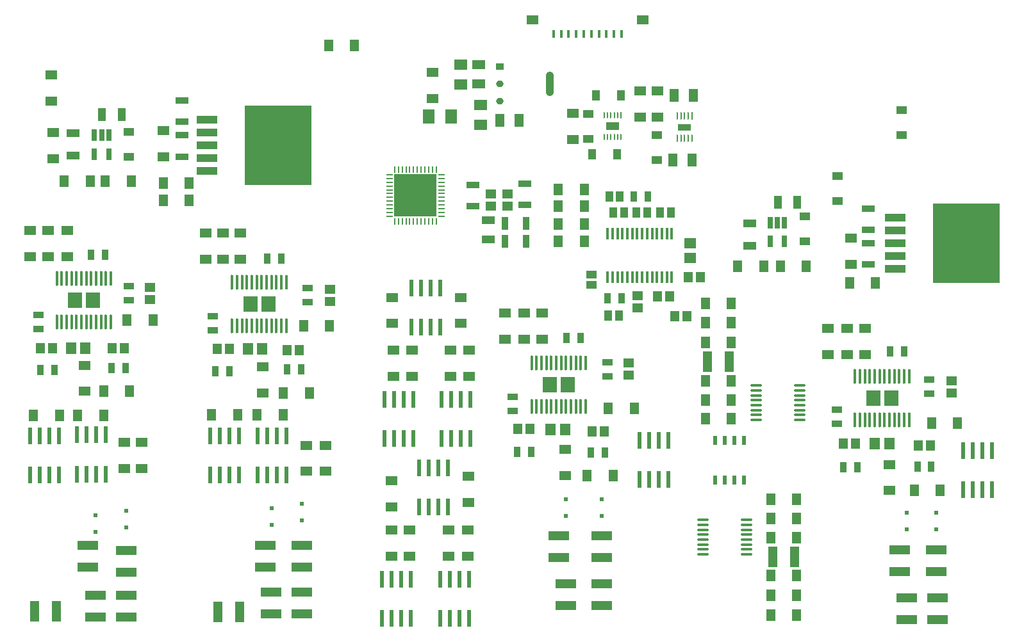
<source format=gbr>
%TF.GenerationSoftware,Altium Limited,Altium Designer,25.3.3 (18)*%
G04 Layer_Color=8421504*
%FSLAX45Y45*%
%MOMM*%
%TF.SameCoordinates,7852E7E1-4E30-4CDD-8EF1-640B4E54786C*%
%TF.FilePolarity,Positive*%
%TF.FileFunction,Paste,Top*%
%TF.Part,Single*%
G01*
G75*
%TA.AperFunction,SMDPad,CuDef*%
%ADD10R,1.50000X1.25000*%
G04:AMPARAMS|DCode=11|XSize=1.95543mm|YSize=0.42077mm|CornerRadius=0.21038mm|HoleSize=0mm|Usage=FLASHONLY|Rotation=270.000|XOffset=0mm|YOffset=0mm|HoleType=Round|Shape=RoundedRectangle|*
%AMROUNDEDRECTD11*
21,1,1.95543,0.00000,0,0,270.0*
21,1,1.53467,0.42077,0,0,270.0*
1,1,0.42077,0.00000,-0.76733*
1,1,0.42077,0.00000,0.76733*
1,1,0.42077,0.00000,0.76733*
1,1,0.42077,0.00000,-0.76733*
%
%ADD11ROUNDEDRECTD11*%
%ADD13R,0.42077X1.95543*%
%ADD14R,1.65000X1.30000*%
%ADD15R,0.30000X1.00000*%
%ADD16R,1.80000X1.00000*%
%ADD17R,1.20490X2.70620*%
%ADD18R,0.60000X2.20000*%
%ADD19R,1.80000X1.40000*%
G04:AMPARAMS|DCode=20|XSize=1.57mm|YSize=0.41mm|CornerRadius=0.05125mm|HoleSize=0mm|Usage=FLASHONLY|Rotation=270.000|XOffset=0mm|YOffset=0mm|HoleType=Round|Shape=RoundedRectangle|*
%AMROUNDEDRECTD20*
21,1,1.57000,0.30750,0,0,270.0*
21,1,1.46750,0.41000,0,0,270.0*
1,1,0.10250,-0.15375,-0.73375*
1,1,0.10250,-0.15375,0.73375*
1,1,0.10250,0.15375,0.73375*
1,1,0.10250,0.15375,-0.73375*
%
%ADD20ROUNDEDRECTD20*%
%ADD21R,1.10000X1.35000*%
%ADD22R,5.60000X5.60000*%
%ADD23O,0.25000X0.90000*%
%ADD24O,0.90000X0.25000*%
%ADD25R,1.35000X1.10000*%
%ADD26R,0.65000X1.60000*%
%ADD27R,1.10000X1.70000*%
%ADD28R,1.25000X1.50000*%
%ADD29R,0.95000X1.40000*%
%ADD30O,1.55000X0.35000*%
G04:AMPARAMS|DCode=31|XSize=1.00429mm|YSize=3.18213mm|CornerRadius=0.43687mm|HoleSize=0mm|Usage=FLASHONLY|Rotation=0.000|XOffset=0mm|YOffset=0mm|HoleType=Round|Shape=RoundedRectangle|*
%AMROUNDEDRECTD31*
21,1,1.00429,2.30840,0,0,0.0*
21,1,0.13056,3.18213,0,0,0.0*
1,1,0.87373,0.06528,-1.15420*
1,1,0.87373,-0.06528,-1.15420*
1,1,0.87373,-0.06528,1.15420*
1,1,0.87373,0.06528,1.15420*
%
%ADD31ROUNDEDRECTD31*%
G04:AMPARAMS|DCode=32|XSize=1.00429mm|YSize=0.87213mm|CornerRadius=0.43606mm|HoleSize=0mm|Usage=FLASHONLY|Rotation=0.000|XOffset=0mm|YOffset=0mm|HoleType=Round|Shape=RoundedRectangle|*
%AMROUNDEDRECTD32*
21,1,1.00429,0.00000,0,0,0.0*
21,1,0.13216,0.87213,0,0,0.0*
1,1,0.87213,0.06608,0.00000*
1,1,0.87213,-0.06608,0.00000*
1,1,0.87213,-0.06608,0.00000*
1,1,0.87213,0.06608,0.00000*
%
%ADD32ROUNDEDRECTD32*%
%ADD33R,1.70620X1.15464*%
%ADD34R,1.70000X0.95000*%
%ADD35R,1.40000X1.15000*%
%ADD36R,1.30464X1.45620*%
%ADD37R,1.45620X1.30464*%
G04:AMPARAMS|DCode=38|XSize=0.55mm|YSize=1.25mm|CornerRadius=0.0495mm|HoleSize=0mm|Usage=FLASHONLY|Rotation=0.000|XOffset=0mm|YOffset=0mm|HoleType=Round|Shape=RoundedRectangle|*
%AMROUNDEDRECTD38*
21,1,0.55000,1.15100,0,0,0.0*
21,1,0.45100,1.25000,0,0,0.0*
1,1,0.09900,0.22550,-0.57550*
1,1,0.09900,-0.22550,-0.57550*
1,1,0.09900,-0.22550,0.57550*
1,1,0.09900,0.22550,0.57550*
%
%ADD38ROUNDEDRECTD38*%
%ADD39R,1.35000X1.10000*%
%ADD40R,1.50000X1.40000*%
%ADD41R,1.50550X1.85822*%
G04:AMPARAMS|DCode=42|XSize=0.83107mm|YSize=0.22247mm|CornerRadius=0.11124mm|HoleSize=0mm|Usage=FLASHONLY|Rotation=270.000|XOffset=0mm|YOffset=0mm|HoleType=Round|Shape=RoundedRectangle|*
%AMROUNDEDRECTD42*
21,1,0.83107,0.00000,0,0,270.0*
21,1,0.60859,0.22247,0,0,270.0*
1,1,0.22247,0.00000,-0.30430*
1,1,0.22247,0.00000,0.30430*
1,1,0.22247,0.00000,0.30430*
1,1,0.22247,0.00000,-0.30430*
%
%ADD42ROUNDEDRECTD42*%
%ADD44R,0.22247X0.83107*%
%ADD45R,0.95000X1.70000*%
%ADD46R,1.10000X1.35000*%
%ADD47R,1.15464X1.70620*%
%ADD48R,0.24247X0.98102*%
G04:AMPARAMS|DCode=49|XSize=0.98102mm|YSize=0.24247mm|CornerRadius=0.12124mm|HoleSize=0mm|Usage=FLASHONLY|Rotation=270.000|XOffset=0mm|YOffset=0mm|HoleType=Round|Shape=RoundedRectangle|*
%AMROUNDEDRECTD49*
21,1,0.98102,0.00000,0,0,270.0*
21,1,0.73855,0.24247,0,0,270.0*
1,1,0.24247,0.00000,-0.36927*
1,1,0.24247,0.00000,0.36927*
1,1,0.24247,0.00000,0.36927*
1,1,0.24247,0.00000,-0.36927*
%
%ADD49ROUNDEDRECTD49*%
%ADD51R,8.80000X10.60000*%
%ADD52R,2.70000X1.00000*%
%ADD53R,1.40000X0.95000*%
%ADD54R,2.70620X1.20490*%
%ADD55R,1.00429X0.87213*%
%ADD56R,0.60000X0.60000*%
%ADD57R,1.40000X1.50000*%
%TA.AperFunction,NonConductor*%
%ADD143R,1.83223X2.13631*%
%ADD144R,1.73220X1.00220*%
%ADD145R,1.76000X0.93000*%
D10*
X4673603Y9898604D02*
D03*
X4673600Y10243600D02*
D03*
X4699000Y9481600D02*
D03*
X4699003Y9136604D02*
D03*
X12687297Y10027696D02*
D03*
X12687300Y9682700D02*
D03*
X12458697Y10027696D02*
D03*
X12458700Y9682700D02*
D03*
X11569697Y9735596D02*
D03*
X11569700Y9390600D02*
D03*
X15239999Y8084600D02*
D03*
X15240002Y7739604D02*
D03*
X6159500Y9507000D02*
D03*
X6159503Y9162004D02*
D03*
X9182097Y7298697D02*
D03*
X9182100Y6953700D02*
D03*
X9715497Y10272597D02*
D03*
X9715500Y9927600D02*
D03*
X7467597Y6382796D02*
D03*
X7467600Y6037800D02*
D03*
X8047153Y4998417D02*
D03*
X8047150Y5343413D02*
D03*
X8302300Y5343417D02*
D03*
X8302303Y4998420D02*
D03*
X7175503Y7803104D02*
D03*
X7175500Y8148100D02*
D03*
X6946903Y7803104D02*
D03*
X6946900Y8148100D02*
D03*
X6718303Y7803104D02*
D03*
X6718300Y8148100D02*
D03*
X10080997Y7298697D02*
D03*
X10081000Y6953701D02*
D03*
X9949723Y6601252D02*
D03*
X9949727Y6256255D02*
D03*
X10192194Y6601251D02*
D03*
X10192197Y6256255D02*
D03*
X9193025Y6601250D02*
D03*
X9193028Y6256254D02*
D03*
X9441904Y6601251D02*
D03*
X9441907Y6256254D02*
D03*
X10186935Y4933303D02*
D03*
X10186938Y4588307D02*
D03*
X9926739Y4223158D02*
D03*
X9926743Y3878161D02*
D03*
X10175808Y4223158D02*
D03*
X10175811Y3878161D02*
D03*
X9174156Y4223158D02*
D03*
X9174159Y3878161D02*
D03*
X9406167Y4223156D02*
D03*
X9406171Y3878160D02*
D03*
X9169397Y4871496D02*
D03*
X9169400Y4526500D02*
D03*
X10668003Y6749004D02*
D03*
X10668000Y7094000D02*
D03*
X11468097Y5290596D02*
D03*
X11468100Y4945600D02*
D03*
X11163303Y6749004D02*
D03*
X11163300Y7094000D02*
D03*
X10922003Y6749004D02*
D03*
X10922000Y7094000D02*
D03*
X15749409Y5089150D02*
D03*
X15749413Y4744154D02*
D03*
X15430070Y6540203D02*
D03*
X15430067Y6885200D02*
D03*
X15188844Y6540204D02*
D03*
X15188840Y6885200D02*
D03*
X14934750Y6540203D02*
D03*
X14934747Y6885200D02*
D03*
X5638800Y5034500D02*
D03*
X5638797Y5379496D02*
D03*
X5868830Y5379500D02*
D03*
X5868833Y5034504D02*
D03*
X4394200Y8186200D02*
D03*
X4394203Y7841204D02*
D03*
X4635500Y8186200D02*
D03*
X4635503Y7841204D02*
D03*
X4889497Y8180897D02*
D03*
X4889500Y7835900D02*
D03*
X5118103Y6055803D02*
D03*
X5118100Y6400800D02*
D03*
D11*
X5332900Y7551938D02*
D03*
X5267900D02*
D03*
X5202900D02*
D03*
X5137900D02*
D03*
X5072900D02*
D03*
X5007900D02*
D03*
X4942900D02*
D03*
X4877900D02*
D03*
X4812900D02*
D03*
X4747900D02*
D03*
Y6976862D02*
D03*
X4812900D02*
D03*
X4877900D02*
D03*
X4942900D02*
D03*
X5007900D02*
D03*
X5072900D02*
D03*
X5137900D02*
D03*
X5202900D02*
D03*
X5267900D02*
D03*
X5332900D02*
D03*
X5397900D02*
D03*
X5462900D02*
D03*
X5397900Y7551938D02*
D03*
X15944501Y6250938D02*
D03*
X7714900Y7496577D02*
D03*
X11671700Y6434338D02*
D03*
X11346700D02*
D03*
X7779900Y6921500D02*
D03*
X7714900D02*
D03*
X7649900D02*
D03*
X7584900D02*
D03*
X7519900D02*
D03*
X7454900D02*
D03*
X7389900D02*
D03*
X7324900D02*
D03*
X7259900D02*
D03*
X7194900D02*
D03*
X7129900D02*
D03*
X7064900D02*
D03*
Y7496577D02*
D03*
X7129900D02*
D03*
X7194900D02*
D03*
X7259900D02*
D03*
X7324900D02*
D03*
X7389900D02*
D03*
X7454900D02*
D03*
X7519900D02*
D03*
X7584900D02*
D03*
X7649900D02*
D03*
X11606700Y6434338D02*
D03*
X11541700D02*
D03*
X11476700D02*
D03*
X11411700D02*
D03*
X11281700D02*
D03*
X11216700D02*
D03*
X11151700D02*
D03*
X11086700D02*
D03*
X11021700D02*
D03*
Y5859262D02*
D03*
X11086700D02*
D03*
X11151700D02*
D03*
X11216700D02*
D03*
X11281700D02*
D03*
X11346700D02*
D03*
X11411700D02*
D03*
X11476700D02*
D03*
X11541700D02*
D03*
X11606700D02*
D03*
X11671700D02*
D03*
X11736700D02*
D03*
X15879500Y6250938D02*
D03*
X15814500D02*
D03*
X15749500D02*
D03*
X15684500D02*
D03*
X15619501D02*
D03*
X15554500D02*
D03*
X15489500D02*
D03*
X15424500D02*
D03*
X15359500D02*
D03*
X15294501D02*
D03*
Y5675861D02*
D03*
X15359500D02*
D03*
X15424500D02*
D03*
X15489500D02*
D03*
X15554500D02*
D03*
X15619501D02*
D03*
X15684500D02*
D03*
X15749500D02*
D03*
X15814500D02*
D03*
X15879500D02*
D03*
X15944501D02*
D03*
X16009500D02*
D03*
D13*
X5462900Y7551938D02*
D03*
X16009500Y6250938D02*
D03*
X7779900Y7496577D02*
D03*
X11736700Y6434338D02*
D03*
D14*
X11032700Y10970900D02*
D03*
X12487700D02*
D03*
D15*
X11610200Y10780900D02*
D03*
X11710200D02*
D03*
X12210200D02*
D03*
X12110200D02*
D03*
X12010200D02*
D03*
X11910200D02*
D03*
X11810200D02*
D03*
X11510200D02*
D03*
X11410200D02*
D03*
X11310200D02*
D03*
D16*
X10452100Y8066500D02*
D03*
Y8316500D02*
D03*
X4965700Y9171800D02*
D03*
Y9471800D02*
D03*
X13906500Y7978000D02*
D03*
Y8278000D02*
D03*
D17*
X14205936Y3866002D02*
D03*
X14496065D02*
D03*
X13632465Y6447011D02*
D03*
X13342336D02*
D03*
X6873388Y3138917D02*
D03*
X7163518D02*
D03*
X4742465Y3149600D02*
D03*
X4452335D02*
D03*
D18*
X5397500Y5479700D02*
D03*
X5270500D02*
D03*
X5143500D02*
D03*
X5016500Y4959700D02*
D03*
X5143500D02*
D03*
X5270500D02*
D03*
X5397500D02*
D03*
X5016500Y5479700D02*
D03*
X9436100Y6904300D02*
D03*
X9563100D02*
D03*
X9690100D02*
D03*
X9817100Y7424300D02*
D03*
X9690100D02*
D03*
X9563100D02*
D03*
X9436100D02*
D03*
X9817100Y6904300D02*
D03*
X9810311Y3573007D02*
D03*
X9937311D02*
D03*
X10064311D02*
D03*
X10191311D02*
D03*
Y3053007D02*
D03*
X10064311D02*
D03*
X9937311D02*
D03*
X9810311D02*
D03*
X16722784Y5271554D02*
D03*
X12446000Y5410200D02*
D03*
X9457408Y5431102D02*
D03*
X10207697D02*
D03*
X9912836Y4526207D02*
D03*
X9421671Y3053007D02*
D03*
X7399453Y5469017D02*
D03*
X6777153D02*
D03*
X4394200Y5467000D02*
D03*
X7780453Y4949017D02*
D03*
X7653453D02*
D03*
X7526453D02*
D03*
X7399453D02*
D03*
X7526453Y5469017D02*
D03*
X7653453D02*
D03*
X7780453D02*
D03*
X7158153Y4949017D02*
D03*
X7031153D02*
D03*
X6904153D02*
D03*
X6777153D02*
D03*
X6904153Y5469017D02*
D03*
X7031153D02*
D03*
X7158153D02*
D03*
X9531836Y5046207D02*
D03*
X9658836D02*
D03*
X9785836D02*
D03*
X9912836D02*
D03*
X9785836Y4526207D02*
D03*
X9658836D02*
D03*
X9531836D02*
D03*
X9076408Y5951102D02*
D03*
X9203408D02*
D03*
X9330408D02*
D03*
X9457408D02*
D03*
X9330408Y5431102D02*
D03*
X9203408D02*
D03*
X9076408D02*
D03*
X9040671Y3573007D02*
D03*
X9167671D02*
D03*
X9294671D02*
D03*
X9421671D02*
D03*
X9294671Y3053007D02*
D03*
X9167671D02*
D03*
X9040671D02*
D03*
X9826697Y5951102D02*
D03*
X9953697D02*
D03*
X10080697D02*
D03*
X10207697D02*
D03*
X10080697Y5431102D02*
D03*
X9953697D02*
D03*
X9826697D02*
D03*
X12827000Y4890200D02*
D03*
X12700000D02*
D03*
X12573000D02*
D03*
X12446000D02*
D03*
X12573000Y5410200D02*
D03*
X12700000D02*
D03*
X12827000D02*
D03*
X17103784Y4751554D02*
D03*
X16976784D02*
D03*
X16849783D02*
D03*
X16722784D02*
D03*
X16849783Y5271554D02*
D03*
X16976784D02*
D03*
X17103784D02*
D03*
X4775200Y4947000D02*
D03*
X4648200D02*
D03*
X4521200D02*
D03*
X4394200D02*
D03*
X4521200Y5467000D02*
D03*
X4648200D02*
D03*
X4775200D02*
D03*
D19*
X10350500Y9845500D02*
D03*
Y9585500D02*
D03*
X10083800Y10118900D02*
D03*
Y10378900D02*
D03*
D20*
X12871899Y7566700D02*
D03*
X12806900D02*
D03*
X12741900D02*
D03*
X12676900D02*
D03*
X12611900D02*
D03*
X12546900D02*
D03*
X12481900D02*
D03*
X12416900D02*
D03*
X12351900D02*
D03*
X12221900D02*
D03*
X12156900D02*
D03*
X12091900D02*
D03*
X12026900D02*
D03*
Y8140700D02*
D03*
X12091900D02*
D03*
X12156900D02*
D03*
X12221900D02*
D03*
X12286900D02*
D03*
X12351900D02*
D03*
X12416900D02*
D03*
X12481900D02*
D03*
X12546900D02*
D03*
X12611900D02*
D03*
X12676900D02*
D03*
X12741900D02*
D03*
X12806900D02*
D03*
X12871899D02*
D03*
X12286900Y7566700D02*
D03*
D21*
X12102800Y8420100D02*
D03*
X12242800D02*
D03*
X12173100Y7061200D02*
D03*
X12033100D02*
D03*
X12407900Y8420100D02*
D03*
X12547900D02*
D03*
X12858900D02*
D03*
X12718900D02*
D03*
X12185800Y8636000D02*
D03*
X12045800D02*
D03*
D22*
X9485700Y8646600D02*
D03*
D23*
X9710700Y8301600D02*
D03*
X9660700D02*
D03*
X9610700D02*
D03*
X9560700D02*
D03*
X9510700D02*
D03*
X9460700D02*
D03*
X9360700D02*
D03*
X9310700D02*
D03*
X9260700D02*
D03*
X9210700D02*
D03*
X9260700Y8991600D02*
D03*
X9310700D02*
D03*
X9360700D02*
D03*
X9410700D02*
D03*
X9460700D02*
D03*
X9510700D02*
D03*
X9560700D02*
D03*
X9610700D02*
D03*
X9660700D02*
D03*
X9710700D02*
D03*
X9760700D02*
D03*
X9410700Y8301600D02*
D03*
X9210700Y8991600D02*
D03*
X9760700Y8301600D02*
D03*
D24*
X9140700Y8421600D02*
D03*
Y8471600D02*
D03*
Y8521600D02*
D03*
Y8571600D02*
D03*
Y8621600D02*
D03*
Y8671600D02*
D03*
Y8721600D02*
D03*
Y8771600D02*
D03*
Y8821600D02*
D03*
Y8871600D02*
D03*
Y8921600D02*
D03*
X9830700D02*
D03*
Y8871600D02*
D03*
Y8821600D02*
D03*
Y8721600D02*
D03*
Y8671600D02*
D03*
Y8621600D02*
D03*
Y8571600D02*
D03*
Y8521600D02*
D03*
Y8471600D02*
D03*
Y8421600D02*
D03*
Y8371600D02*
D03*
Y8771600D02*
D03*
X9140700Y8371600D02*
D03*
D25*
X5702300Y9486800D02*
D03*
Y9156800D02*
D03*
X12674600Y9448700D02*
D03*
Y9118700D02*
D03*
X11772900Y9728100D02*
D03*
Y9398100D02*
D03*
X15062199Y8572600D02*
D03*
Y8902600D02*
D03*
X14630400Y8039100D02*
D03*
Y8369100D02*
D03*
X15913100Y9448900D02*
D03*
Y9778900D02*
D03*
D26*
X5435100Y9194800D02*
D03*
X5245100D02*
D03*
Y9444800D02*
D03*
X5340100D02*
D03*
X5435100D02*
D03*
X14363699Y8039100D02*
D03*
X14173700D02*
D03*
Y8289100D02*
D03*
X14268700D02*
D03*
X14363699D02*
D03*
D27*
X5603700Y9715500D02*
D03*
X5343700D02*
D03*
X14531799Y8559800D02*
D03*
X14271800D02*
D03*
D28*
X5384800Y8839200D02*
D03*
X5729797Y8839203D02*
D03*
X4844000Y8839200D02*
D03*
X5188996Y8839203D02*
D03*
X8336504Y10629897D02*
D03*
X11371800Y8724900D02*
D03*
X11716796Y8724903D02*
D03*
X11716800Y8267700D02*
D03*
X11371804Y8267697D02*
D03*
X11371800Y8039100D02*
D03*
X11716796Y8039103D02*
D03*
X11371800Y8509000D02*
D03*
X11716796Y8509003D02*
D03*
X14087172Y7708903D02*
D03*
X13742175Y7708900D02*
D03*
X14305499D02*
D03*
X14650496Y7708903D02*
D03*
X15564896Y7493003D02*
D03*
X15219901Y7493000D02*
D03*
X6497100Y8585200D02*
D03*
X6152104Y8585197D02*
D03*
X6152100Y8813800D02*
D03*
X6497096Y8813803D02*
D03*
X8681500Y10629900D02*
D03*
X7392053Y5742417D02*
D03*
X7737049Y5742420D02*
D03*
X8084596Y6032503D02*
D03*
X7739600Y6032500D02*
D03*
X8351296Y6921503D02*
D03*
X8006300Y6921500D02*
D03*
X6795153Y5742417D02*
D03*
X7140149Y5742420D02*
D03*
X12377196Y5829303D02*
D03*
X12032200Y5829300D02*
D03*
X12097796Y4940303D02*
D03*
X11752800Y4940300D02*
D03*
X13314900Y6704445D02*
D03*
X13659895Y6704448D02*
D03*
X13314900Y5942200D02*
D03*
X13659895Y5942204D02*
D03*
X13314900Y7219311D02*
D03*
X13659895Y7219314D02*
D03*
X13314900Y6963889D02*
D03*
X13659895Y6963892D02*
D03*
X14523500Y4124666D02*
D03*
X14178503Y4124663D02*
D03*
X14523500Y3617207D02*
D03*
X14178503Y3617203D02*
D03*
X14523500Y3098351D02*
D03*
X14178503Y3098347D02*
D03*
X14523500Y3356754D02*
D03*
X14178503Y3356750D02*
D03*
X14523500Y4377741D02*
D03*
X14178503Y4377738D02*
D03*
X13314900Y6195612D02*
D03*
X13659895Y6195615D02*
D03*
X13314899Y5694332D02*
D03*
X13659895Y5694335D02*
D03*
X14523500Y4630164D02*
D03*
X14178503Y4630161D02*
D03*
X16421397Y4744203D02*
D03*
X16076401Y4744200D02*
D03*
X16649997Y5633203D02*
D03*
X16305000Y5633200D02*
D03*
X4437600Y5740400D02*
D03*
X4782596Y5740403D02*
D03*
X5364700Y6057900D02*
D03*
X5709696Y6057903D02*
D03*
X5022140Y5740400D02*
D03*
X5367136Y5740403D02*
D03*
X6021897Y6997703D02*
D03*
X5676900Y6997700D02*
D03*
D29*
X12208300Y7289800D02*
D03*
X15940045Y6585846D02*
D03*
X7712500Y7810500D02*
D03*
X11668929Y6758592D02*
D03*
X5388400Y7861300D02*
D03*
X12023300Y7289800D02*
D03*
X12554800Y8636000D02*
D03*
X12369800D02*
D03*
X7979200Y6350000D02*
D03*
X7794200D02*
D03*
X7527500Y7810500D02*
D03*
X6841700Y6324600D02*
D03*
X7026700D02*
D03*
X11483929Y6758592D02*
D03*
X11992400Y5245100D02*
D03*
X11807400D02*
D03*
X10829500Y5257800D02*
D03*
X11014500D02*
D03*
X15138509Y5048513D02*
D03*
X15323509D02*
D03*
X16303300Y5056654D02*
D03*
X16118300D02*
D03*
X15755045Y6585846D02*
D03*
X5470100Y6362700D02*
D03*
X5655100D02*
D03*
X4715300Y6337300D02*
D03*
X4530300D02*
D03*
X5203400Y7861300D02*
D03*
D30*
X14562300Y5743000D02*
D03*
X13288800Y4290000D02*
D03*
X14562300Y5678000D02*
D03*
Y5808000D02*
D03*
Y5873000D02*
D03*
Y5938000D02*
D03*
Y6003000D02*
D03*
Y6068000D02*
D03*
Y6133000D02*
D03*
X13987300Y5678000D02*
D03*
Y5743000D02*
D03*
Y5808000D02*
D03*
Y5873000D02*
D03*
Y5938000D02*
D03*
Y6003000D02*
D03*
Y6068000D02*
D03*
Y6133000D02*
D03*
X13863800Y3900000D02*
D03*
Y3965000D02*
D03*
Y4030000D02*
D03*
Y4095000D02*
D03*
Y4160000D02*
D03*
Y4225000D02*
D03*
Y4290000D02*
D03*
Y4355000D02*
D03*
X13288800Y3900000D02*
D03*
Y3965000D02*
D03*
Y4030000D02*
D03*
Y4095000D02*
D03*
Y4160000D02*
D03*
Y4225000D02*
D03*
Y4355000D02*
D03*
D31*
X11264200Y10121900D02*
D03*
D32*
X10605200D02*
D03*
Y9892900D02*
D03*
D33*
X10325100Y10121322D02*
D03*
Y10376478D02*
D03*
D34*
X10248900Y8508700D02*
D03*
Y8788700D02*
D03*
X10934700Y8801400D02*
D03*
Y8521400D02*
D03*
X15468600Y8471200D02*
D03*
Y8191200D02*
D03*
Y7734000D02*
D03*
Y8014000D02*
D03*
X6400800Y9906300D02*
D03*
Y9626300D02*
D03*
Y9442583D02*
D03*
Y9162583D02*
D03*
D35*
X10701800Y8505200D02*
D03*
X10481800D02*
D03*
Y8665200D02*
D03*
X10701800D02*
D03*
D36*
X12682922Y7315200D02*
D03*
X12844078D02*
D03*
X13072678Y7048500D02*
D03*
X12911522D02*
D03*
X13089322Y7569200D02*
D03*
X13250478D02*
D03*
X7954578Y6604000D02*
D03*
X7793422D02*
D03*
X6866322Y6616700D02*
D03*
X7027478D02*
D03*
X11980478Y5524500D02*
D03*
X11819322D02*
D03*
X10841422Y5562600D02*
D03*
X11002578D02*
D03*
X15139622Y5366500D02*
D03*
X15300778D02*
D03*
X16291377Y5341100D02*
D03*
X16130222D02*
D03*
X4690678Y6629400D02*
D03*
X4529522D02*
D03*
X5482022D02*
D03*
X5643178D02*
D03*
D37*
X12420600Y7323956D02*
D03*
Y7162800D02*
D03*
X16566400Y6196378D02*
D03*
X12306300Y6430578D02*
D03*
X8356600Y7408478D02*
D03*
X5981700Y7433878D02*
D03*
X8356600Y7247322D02*
D03*
X12306300Y6269422D02*
D03*
X16566400Y6035222D02*
D03*
X5981700Y7272722D02*
D03*
D38*
X13830299Y5406000D02*
D03*
X13703300D02*
D03*
X13576300D02*
D03*
X13449300D02*
D03*
X13830299Y4881000D02*
D03*
X13703300D02*
D03*
X13576300D02*
D03*
X13449300D02*
D03*
D39*
X11811000Y7461100D02*
D03*
Y7601100D02*
D03*
D40*
X13119099Y8013700D02*
D03*
Y7823700D02*
D03*
D41*
X9956800Y9690100D02*
D03*
X9661528D02*
D03*
D42*
X12067900Y9707153D02*
D03*
X11977900D02*
D03*
Y9419047D02*
D03*
X12022900D02*
D03*
X12067900D02*
D03*
X12112900D02*
D03*
X12157900D02*
D03*
X12202900D02*
D03*
X12022900Y9707153D02*
D03*
X12112900D02*
D03*
X12157900D02*
D03*
D44*
X12202900D02*
D03*
D45*
X10667700Y8039100D02*
D03*
X10947700D02*
D03*
Y8280400D02*
D03*
X10667700D02*
D03*
D46*
X11874600Y9969500D02*
D03*
X12204600D02*
D03*
X12153800Y9194800D02*
D03*
X11823800D02*
D03*
D47*
X13157777Y9969500D02*
D03*
X12902621D02*
D03*
X12889922Y9118600D02*
D03*
X13145078D02*
D03*
X10603922Y9639300D02*
D03*
X10859078D02*
D03*
D48*
X13142900Y9696955D02*
D03*
D49*
X13092900D02*
D03*
X13042900D02*
D03*
X12992900D02*
D03*
X12942900D02*
D03*
Y9403845D02*
D03*
X12992900D02*
D03*
X13042900D02*
D03*
X13092900D02*
D03*
X13142900D02*
D03*
D51*
X16764000Y8013700D02*
D03*
X7670800Y9309100D02*
D03*
D52*
X15828999Y7673700D02*
D03*
Y7843700D02*
D03*
Y8013700D02*
D03*
Y8183700D02*
D03*
Y8353700D02*
D03*
X6735800Y9649100D02*
D03*
Y9479100D02*
D03*
Y9309100D02*
D03*
Y9139100D02*
D03*
Y8969100D02*
D03*
D53*
X10769600Y5800300D02*
D03*
Y5985300D02*
D03*
X16274300Y6208300D02*
D03*
X12026900Y6442500D02*
D03*
X8064500Y7420400D02*
D03*
X5702300Y7445800D02*
D03*
X8064500Y7235400D02*
D03*
X6807200Y7052100D02*
D03*
Y6867100D02*
D03*
X12026900Y6257500D02*
D03*
X15055099Y5814600D02*
D03*
Y5629600D02*
D03*
X16274300Y6023300D02*
D03*
X5702300Y7260800D02*
D03*
X4508500Y6879800D02*
D03*
Y7064800D02*
D03*
D54*
X16368394Y3672689D02*
D03*
X11944381Y3855435D02*
D03*
X7988670Y3728839D02*
D03*
X5662560Y3660867D02*
D03*
X7505700Y4018565D02*
D03*
Y3728435D02*
D03*
X7582270Y3113884D02*
D03*
Y3404014D02*
D03*
X7988670D02*
D03*
Y3113884D02*
D03*
Y4018969D02*
D03*
X16381094Y3327819D02*
D03*
Y3037689D02*
D03*
X15974695D02*
D03*
Y3327819D02*
D03*
X15880600Y3962165D02*
D03*
Y3672035D02*
D03*
X16368394Y3962819D02*
D03*
X11474481Y3220435D02*
D03*
Y3510565D02*
D03*
X11944381Y4145565D02*
D03*
Y3510565D02*
D03*
Y3220435D02*
D03*
X11379200Y4145565D02*
D03*
Y3855435D02*
D03*
X5662560Y3950997D02*
D03*
X5256160Y3358165D02*
D03*
Y3068035D02*
D03*
X5156200Y3728435D02*
D03*
Y4018565D02*
D03*
X5662560Y3068035D02*
D03*
Y3358165D02*
D03*
D55*
X10605200Y10350900D02*
D03*
D56*
X7582866Y4292607D02*
D03*
Y4512607D02*
D03*
X7988670Y4570107D02*
D03*
Y4350107D02*
D03*
X15975290Y4446841D02*
D03*
Y4226841D02*
D03*
X16368394D02*
D03*
Y4446841D02*
D03*
X11944381Y4409587D02*
D03*
Y4629587D02*
D03*
X11474481D02*
D03*
Y4409587D02*
D03*
X5256756Y4419687D02*
D03*
Y4199687D02*
D03*
X5662560Y4257187D02*
D03*
Y4477187D02*
D03*
D57*
X7271000Y6616700D02*
D03*
X7461000D02*
D03*
X11271500Y5549900D02*
D03*
X11461500D02*
D03*
X15557001Y5366500D02*
D03*
X15747000D02*
D03*
X5124200Y6629400D02*
D03*
X4934200D02*
D03*
D143*
X5223604Y7264400D02*
D03*
X4987196D02*
D03*
X7304196Y7209038D02*
D03*
X7540604D02*
D03*
X11497404Y6146800D02*
D03*
X11260996D02*
D03*
X15770204Y5963400D02*
D03*
X15533797D02*
D03*
D144*
X12090400Y9563100D02*
D03*
D145*
X13042900Y9550400D02*
D03*
%TF.MD5,52877e5a2e8077e6934383e61d25bce3*%
M02*

</source>
